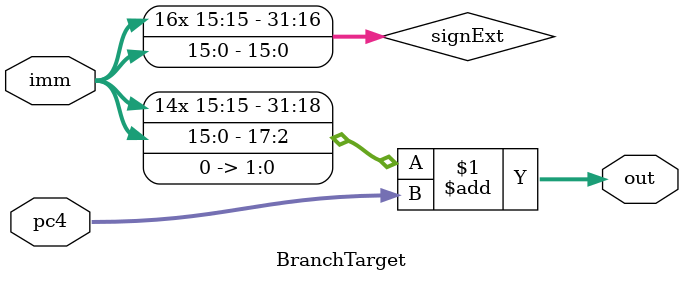
<source format=v>
module BranchTarget(
	input [15:0] imm,
	input [31:0] pc4,
	output [31:0] out
);

wire [31:0] signExt;

assign signExt = {{16{imm[15]}}, imm};

assign out = {signExt[29:0], 2'b0} + pc4;

endmodule
</source>
